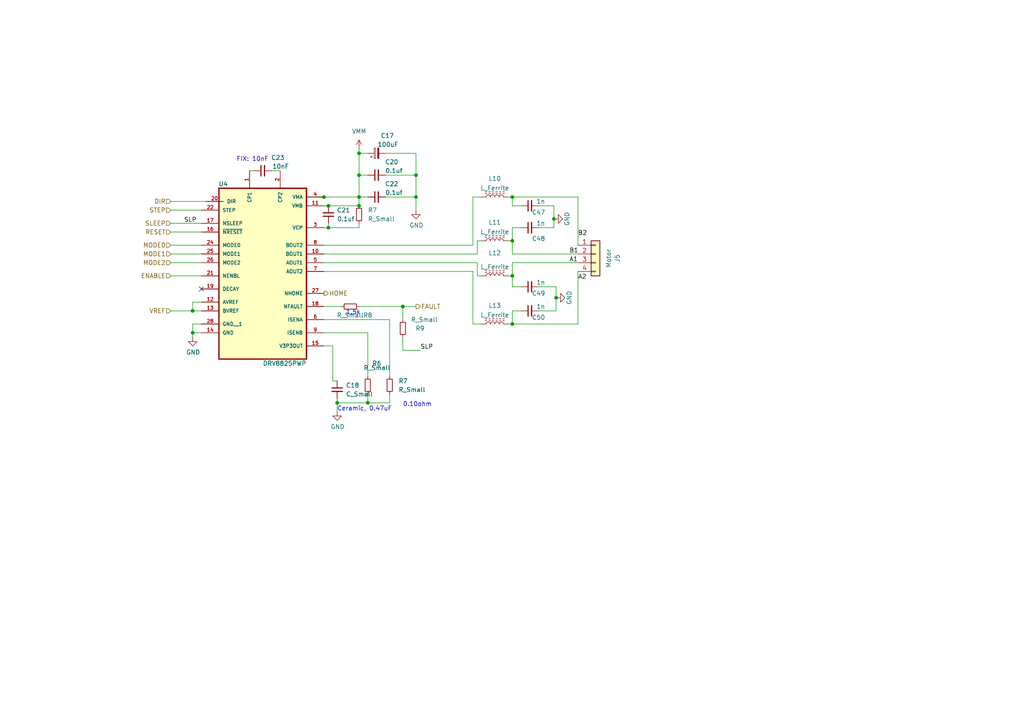
<source format=kicad_sch>
(kicad_sch (version 20230121) (generator eeschema)
  (paper "A4")
  (lib_symbols
    (symbol "Connector_Generic:Conn_01x04" (pin_names (offset 1.016) hide)
      (property "Reference" "J" (at 0 5.08 0))
      (property "Value" "Conn_01x04" (at 0 -7.62 0))
      (symbol "Conn_01x04_1_1"
        (rectangle (start -1.27 -4.953) (end 0 -5.207) (stroke (width 0.1524)))
        (rectangle (start -1.27 -2.413) (end 0 -2.667) (stroke (width 0.1524)))
        (rectangle (start -1.27 0.127) (end 0 -0.127) (stroke (width 0.1524)))
        (rectangle (start -1.27 2.667) (end 0 2.413) (stroke (width 0.1524)))
        (rectangle (start -1.27 3.81) (end 1.27 -6.35) (stroke (width 0.254)) (fill (type background)))
        (pin passive line (at -5.08 2.54 0) (length 3.81) (name "Pin_1") (number "1"))
        (pin passive line (at -5.08 0 0) (length 3.81) (name "Pin_2") (number "2"))
        (pin passive line (at -5.08 -2.54 0) (length 3.81) (name "Pin_3") (number "3"))
        (pin passive line (at -5.08 -5.08 0) (length 3.81) (name "Pin_4") (number "4"))
      )
    )
    (symbol "DRV8825PWP:DRV8825PWP" (pin_names (offset 1.016))
      (property "Reference" "U" (at -12.7 36.5506 0))
      (property "Value" "DRV8825PWP" (at -12.7 -16.51 0))
      (symbol "DRV8825PWP_0_0"
        (rectangle (start -12.7 35.56) (end 12.7 -13.97) (stroke (width 0.4064)) (fill (type background)))
        (pin bidirectional line (at -3.81 40.64 270) (length 5.08) (name "CP1") (number "1"))
        (pin output line (at 17.78 16.51 180) (length 5.08) (name "BOUT1") (number "10"))
        (pin power_in line (at 17.78 30.48 180) (length 5.08) (name "VMB") (number "11"))
        (pin input line (at -17.78 2.54 0) (length 5.08) (name "AVREF") (number "12"))
        (pin input line (at -17.78 0 0) (length 5.08) (name "BVREF") (number "13"))
        (pin power_in line (at -17.78 -6.35 0) (length 5.08) (name "GND") (number "14"))
        (pin output line (at 17.78 -10.16 180) (length 5.08) (name "V3P3OUT") (number "15"))
        (pin input line (at -17.78 22.86 0) (length 5.08) (name "~{NRESET}") (number "16"))
        (pin input line (at -17.78 25.4 0) (length 5.08) (name "NSLEEP") (number "17"))
        (pin output line (at 17.78 1.27 180) (length 5.08) (name "NFAULT") (number "18"))
        (pin input line (at -17.78 6.35 0) (length 5.08) (name "DECAY") (number "19"))
        (pin bidirectional line (at 5.08 40.64 270) (length 5.08) (name "CP2") (number "2"))
        (pin input line (at -16.51 31.75 0) (length 5.08) (name "DIR") (number "20"))
        (pin input line (at -17.78 10.16 0) (length 5.08) (name "NENBL") (number "21"))
        (pin input line (at -17.78 29.21 0) (length 5.08) (name "STEP") (number "22"))
        (pin input line (at -17.78 19.05 0) (length 5.08) (name "MODE0") (number "24"))
        (pin input line (at -17.78 16.51 0) (length 5.08) (name "MODE1") (number "25"))
        (pin input line (at -17.78 13.97 0) (length 5.08) (name "MODE2") (number "26"))
        (pin output line (at 17.78 5.08 180) (length 5.08) (name "NHOME") (number "27"))
        (pin power_in line (at -17.78 -3.81 0) (length 5.08) (name "GND__1") (number "28"))
        (pin bidirectional line (at 17.78 24.13 180) (length 5.08) (name "VCP") (number "3"))
        (pin power_in line (at 17.78 33.02 180) (length 5.08) (name "VMA") (number "4"))
        (pin output line (at 17.78 13.97 180) (length 5.08) (name "AOUT1") (number "5"))
        (pin bidirectional line (at 17.78 -2.54 180) (length 5.08) (name "ISENA") (number "6"))
        (pin output line (at 17.78 11.43 180) (length 5.08) (name "AOUT2") (number "7"))
        (pin output line (at 17.78 19.05 180) (length 5.08) (name "BOUT2") (number "8"))
        (pin bidirectional line (at 17.78 -6.35 180) (length 5.08) (name "ISENB") (number "9"))
      )
    )
    (symbol "Device:C_Polarized_Small" (pin_numbers hide) (pin_names (offset 0.254) hide)
      (property "Reference" "C" (at 0.254 1.778 0))
      (property "Value" "C_Polarized_Small" (at 0.254 -2.032 0))
      (symbol "C_Polarized_Small_0_1"
        (rectangle (start -1.524 -0.3048) (end 1.524 -0.6858) (fill (type outline)))
        (rectangle (start -1.524 0.6858) (end 1.524 0.3048))
        (polyline (pts (xy -1.27 1.524) (xy -0.762 1.524)))
        (polyline (pts (xy -1.016 1.27) (xy -1.016 1.778)))
      )
      (symbol "C_Polarized_Small_1_1"
        (pin passive line (at 0 2.54 270) (length 1.8542) (name "~") (number "1"))
        (pin passive line (at 0 -2.54 90) (length 1.8542) (name "~") (number "2"))
      )
    )
    (symbol "Device:C_Small" (pin_numbers hide) (pin_names (offset 0.254) hide)
      (property "Reference" "C" (at 0.254 1.778 0))
      (property "Value" "C_Small" (at 0.254 -2.032 0))
      (symbol "C_Small_0_1"
        (polyline (pts (xy -1.524 -0.508) (xy 1.524 -0.508)) (stroke (width 0.3302)))
        (polyline (pts (xy -1.524 0.508) (xy 1.524 0.508)) (stroke (width 0.3048)))
      )
      (symbol "C_Small_1_1"
        (pin passive line (at 0 2.54 270) (length 2.032) (name "~") (number "1"))
        (pin passive line (at 0 -2.54 90) (length 2.032) (name "~") (number "2"))
      )
    )
    (symbol "Device:L_Ferrite" (pin_numbers hide) (pin_names (offset 1.016) hide)
      (property "Reference" "L" (at -1.27 0 90))
      (property "Value" "L_Ferrite" (at 2.794 0 90))
      (symbol "L_Ferrite_0_1"
        (arc (start 0 -2.54) (mid 0.6323 -1.905) (end 0 -1.27))
        (arc (start 0 -1.27) (mid 0.6323 -0.635) (end 0 0))
        (polyline (pts (xy 1.016 -2.794) (xy 1.016 -2.286)))
        (polyline (pts (xy 1.016 -1.778) (xy 1.016 -1.27)))
        (polyline (pts (xy 1.016 -0.762) (xy 1.016 -0.254)))
        (polyline (pts (xy 1.016 0.254) (xy 1.016 0.762)))
        (polyline (pts (xy 1.016 1.27) (xy 1.016 1.778)))
        (polyline (pts (xy 1.016 2.286) (xy 1.016 2.794)))
        (polyline (pts (xy 1.524 -2.286) (xy 1.524 -2.794)))
        (polyline (pts (xy 1.524 -1.27) (xy 1.524 -1.778)))
        (polyline (pts (xy 1.524 -0.254) (xy 1.524 -0.762)))
        (polyline (pts (xy 1.524 0.762) (xy 1.524 0.254)))
        (polyline (pts (xy 1.524 1.778) (xy 1.524 1.27)))
        (polyline (pts (xy 1.524 2.794) (xy 1.524 2.286)))
        (arc (start 0 0) (mid 0.6323 0.635) (end 0 1.27))
        (arc (start 0 1.27) (mid 0.6323 1.905) (end 0 2.54))
      )
      (symbol "L_Ferrite_1_1"
        (pin passive line (at 0 3.81 270) (length 1.27) (name "1") (number "1"))
        (pin passive line (at 0 -3.81 90) (length 1.27) (name "2") (number "2"))
      )
    )
    (symbol "Device:R_Small" (pin_numbers hide) (pin_names (offset 0.254) hide)
      (property "Reference" "R" (at 0.762 0.508 0))
      (property "Value" "R_Small" (at 0.762 -1.016 0))
      (symbol "R_Small_0_1"
        (rectangle (start -0.762 1.778) (end 0.762 -1.778) (stroke (width 0.2032)))
      )
      (symbol "R_Small_1_1"
        (pin passive line (at 0 2.54 270) (length 0.762) (name "~") (number "1"))
        (pin passive line (at 0 -2.54 90) (length 0.762) (name "~") (number "2"))
      )
    )
    (symbol "power:GND" (power) (pin_names (offset 0))
      (property "Value" "GND" (at 0 -3.81 0))
      (symbol "GND_0_1"
        (polyline (pts (xy 0 0) (xy 0 -1.27) (xy 1.27 -1.27) (xy 0 -2.54) (xy -1.27 -1.27) (xy 0 -1.27)))
      )
      (symbol "GND_1_1"
        (pin power_in line (at 0 0 270) (length 0) hide (name "GND") (number "1"))
      )
    )
    (symbol "power:VMM" (power) (pin_names (offset 0))
      (property "Value" "VMM" (at 0 3.81 0))
      (symbol "VMM_0_1"
        (polyline (pts (xy -0.762 1.27) (xy 0 2.54)))
        (polyline (pts (xy 0 0) (xy 0 2.54)))
        (polyline (pts (xy 0 2.54) (xy 0.762 1.27)))
      )
      (symbol "VMM_1_1"
        (pin power_in line (at 0 0 90) (length 0) hide (name "VMM") (number "1"))
      )
    )
  )
  (junction (at 120.65 57.15))
  (junction (at 120.65 50.8))
  (junction (at 148.59 57.15))
  (junction (at 104.14 57.15))
  (junction (at 95.25 66.04))
  (junction (at 160.655 63.5))
  (junction (at 93.98 57.15))
  (junction (at 55.88 96.52))
  (junction (at 116.84 88.9))
  (junction (at 148.59 80.01))
  (junction (at 106.68 116.84))
  (junction (at 148.59 69.85))
  (junction (at 95.25 59.69))
  (junction (at 161.29 86.36))
  (junction (at 55.88 90.17))
  (junction (at 104.14 44.45))
  (junction (at 148.59 93.98))
  (junction (at 104.14 50.8))
  (junction (at 97.79 116.84))
  (junction (at 104.14 59.69))
  (no_connect (at 58.42 83.82))
  (wire (pts (xy 137.16 57.15) (xy 139.7 57.15)))
  (wire (pts (xy 49.53 67.31) (xy 58.42 67.31)))
  (wire (pts (xy 147.32 57.15) (xy 148.59 57.15)))
  (wire (pts (xy 55.88 96.52) (xy 58.42 96.52)))
  (wire (pts (xy 93.98 96.52) (xy 106.68 96.52)))
  (wire (pts (xy 49.53 90.17) (xy 55.88 90.17)))
  (wire (pts (xy 93.98 76.2) (xy 138.43 76.2)))
  (wire (pts (xy 104.14 44.45) (xy 106.68 44.45)))
  (wire (pts (xy 113.03 92.71) (xy 113.03 109.22)))
  (wire (pts (xy 137.16 93.98) (xy 139.7 93.98)))
  (wire (pts (xy 167.64 76.2) (xy 148.59 76.2)))
  (wire (pts (xy 104.14 57.15) (xy 106.68 57.15)))
  (wire (pts (xy 78.74 49.53) (xy 81.28 49.53)))
  (wire (pts (xy 106.68 114.3) (xy 106.68 116.84)))
  (wire (pts (xy 49.53 76.2) (xy 58.42 76.2)))
  (wire (pts (xy 148.59 73.66) (xy 148.59 69.85)))
  (wire (pts (xy 55.88 96.52) (xy 55.88 97.79)))
  (wire (pts (xy 104.14 57.15) (xy 104.14 59.69)))
  (wire (pts (xy 93.98 88.9) (xy 99.06 88.9)))
  (wire (pts (xy 97.79 116.84) (xy 97.79 119.38)))
  (wire (pts (xy 148.59 76.2) (xy 148.59 80.01)))
  (wire (pts (xy 137.16 78.74) (xy 137.16 93.98)))
  (wire (pts (xy 138.43 76.2) (xy 138.43 80.01)))
  (wire (pts (xy 93.98 57.15) (xy 104.14 57.15)))
  (wire (pts (xy 72.39 49.53) (xy 73.66 49.53)))
  (wire (pts (xy 97.79 116.84) (xy 106.68 116.84)))
  (wire (pts (xy 55.88 93.98) (xy 55.88 96.52)))
  (wire (pts (xy 96.52 100.33) (xy 93.98 100.33)))
  (wire (pts (xy 93.98 71.12) (xy 137.16 71.12)))
  (wire (pts (xy 106.68 96.52) (xy 106.68 109.22)))
  (wire (pts (xy 95.25 66.04) (xy 104.14 66.04)))
  (wire (pts (xy 116.84 92.71) (xy 116.84 88.9)))
  (wire (pts (xy 49.53 80.01) (xy 58.42 80.01)))
  (wire (pts (xy 104.14 88.9) (xy 116.84 88.9)))
  (wire (pts (xy 156.21 90.17) (xy 161.29 90.17)))
  (wire (pts (xy 167.64 78.74) (xy 167.64 93.98)))
  (wire (pts (xy 120.65 50.8) (xy 111.76 50.8)))
  (wire (pts (xy 156.21 66.04) (xy 160.655 66.04)))
  (wire (pts (xy 148.59 57.15) (xy 148.59 59.69)))
  (wire (pts (xy 104.14 50.8) (xy 106.68 50.8)))
  (wire (pts (xy 120.65 44.45) (xy 111.76 44.45)))
  (wire (pts (xy 148.59 59.69) (xy 151.13 59.69)))
  (wire (pts (xy 120.65 57.15) (xy 120.65 60.96)))
  (wire (pts (xy 137.16 71.12) (xy 137.16 57.15)))
  (wire (pts (xy 95.25 66.04) (xy 95.25 64.77)))
  (wire (pts (xy 120.65 57.15) (xy 111.76 57.15)))
  (wire (pts (xy 147.32 69.85) (xy 148.59 69.85)))
  (wire (pts (xy 106.68 116.84) (xy 113.03 116.84)))
  (wire (pts (xy 55.88 87.63) (xy 55.88 90.17)))
  (wire (pts (xy 104.14 66.04) (xy 104.14 64.77)))
  (wire (pts (xy 156.21 83.185) (xy 161.29 83.185)))
  (wire (pts (xy 116.84 88.9) (xy 120.65 88.9)))
  (wire (pts (xy 58.42 87.63) (xy 55.88 87.63)))
  (wire (pts (xy 138.43 69.85) (xy 139.7 69.85)))
  (wire (pts (xy 148.59 66.04) (xy 151.13 66.04)))
  (wire (pts (xy 55.88 93.98) (xy 58.42 93.98)))
  (wire (pts (xy 49.53 71.12) (xy 58.42 71.12)))
  (wire (pts (xy 148.59 80.01) (xy 148.59 83.185)))
  (wire (pts (xy 167.64 73.66) (xy 148.59 73.66)))
  (wire (pts (xy 96.52 110.49) (xy 97.79 110.49)))
  (wire (pts (xy 113.03 114.3) (xy 113.03 116.84)))
  (wire (pts (xy 91.44 57.15) (xy 93.98 57.15)))
  (wire (pts (xy 104.14 44.45) (xy 104.14 50.8)))
  (wire (pts (xy 160.655 59.69) (xy 156.21 59.69)))
  (wire (pts (xy 95.25 59.69) (xy 104.14 59.69)))
  (wire (pts (xy 167.64 57.15) (xy 167.64 71.12)))
  (wire (pts (xy 148.59 93.98) (xy 167.64 93.98)))
  (wire (pts (xy 116.84 97.79) (xy 116.84 101.6)))
  (wire (pts (xy 96.52 110.49) (xy 96.52 100.33)))
  (wire (pts (xy 49.53 60.96) (xy 58.42 60.96)))
  (wire (pts (xy 49.53 64.77) (xy 58.42 64.77)))
  (wire (pts (xy 148.59 90.17) (xy 151.13 90.17)))
  (wire (pts (xy 104.14 43.18) (xy 104.14 44.45)))
  (wire (pts (xy 93.98 92.71) (xy 113.03 92.71)))
  (wire (pts (xy 97.79 115.57) (xy 97.79 116.84)))
  (wire (pts (xy 116.84 101.6) (xy 121.92 101.6)))
  (wire (pts (xy 104.14 50.8) (xy 104.14 57.15)))
  (wire (pts (xy 161.29 86.36) (xy 161.29 90.17)))
  (wire (pts (xy 120.65 44.45) (xy 120.65 50.8)))
  (wire (pts (xy 93.98 73.66) (xy 138.43 73.66)))
  (wire (pts (xy 148.59 93.98) (xy 148.59 90.17)))
  (wire (pts (xy 147.32 93.98) (xy 148.59 93.98)))
  (wire (pts (xy 148.59 57.15) (xy 167.64 57.15)))
  (wire (pts (xy 120.65 50.8) (xy 120.65 57.15)))
  (wire (pts (xy 55.88 90.17) (xy 58.42 90.17)))
  (wire (pts (xy 138.43 73.66) (xy 138.43 69.85)))
  (wire (pts (xy 49.53 58.42) (xy 59.69 58.42)))
  (wire (pts (xy 93.98 78.74) (xy 137.16 78.74)))
  (wire (pts (xy 147.32 80.01) (xy 148.59 80.01)))
  (wire (pts (xy 160.655 66.04) (xy 160.655 63.5)))
  (wire (pts (xy 93.98 59.69) (xy 95.25 59.69)))
  (wire (pts (xy 148.59 69.85) (xy 148.59 66.04)))
  (wire (pts (xy 93.98 66.04) (xy 95.25 66.04)))
  (wire (pts (xy 138.43 80.01) (xy 139.7 80.01)))
  (wire (pts (xy 160.655 59.69) (xy 160.655 63.5)))
  (wire (pts (xy 49.53 73.66) (xy 58.42 73.66)))
  (wire (pts (xy 148.59 83.185) (xy 151.13 83.185)))
  (wire (pts (xy 161.29 83.185) (xy 161.29 86.36)))
  (text "FIX: 10nF" (at 68.58 46.99 0) (effects (font (size 1.27 1.27)) (justify left bottom)))
  (text "Ceramic, 0.47uF" (at 97.79 119.38 0) (effects (font (size 1.27 1.27)) (justify left bottom)))
  (text "1.5k" (at 100.33 91.44 0) (effects (font (size 1.27 1.27)) (justify left bottom)))
  (text "0.10ohm" (at 116.84 118.11 0) (effects (font (size 1.27 1.27)) (justify left bottom)))
  (label "B1" (at 165.1 73.66 0))
  (label "SLP" (at 121.92 101.6 0))
  (label "A2" (at 167.64 81.28 0))
  (label "A1" (at 165.1 76.2 0))
  (label "SLP" (at 53.34 64.77 0))
  (label "B2" (at 167.64 68.58 0))
  (hierarchical_label "FAULT" (shape output) (at 120.65 88.9 0))
  (hierarchical_label "RESET" (shape input) (at 49.53 67.31 180))
  (hierarchical_label "DIR" (shape input) (at 49.53 58.42 180))
  (hierarchical_label "MODE1" (shape input) (at 49.53 73.66 180))
  (hierarchical_label "MODE0" (shape input) (at 49.53 71.12 180))
  (hierarchical_label "SLEEP" (shape input) (at 49.53 64.77 180))
  (hierarchical_label "MODE2" (shape input) (at 49.53 76.2 180))
  (hierarchical_label "VREF" (shape input) (at 49.53 90.17 180))
  (hierarchical_label "HOME" (shape output) (at 93.98 85.09 0))
  (hierarchical_label "ENABLE" (shape input) (at 49.53 80.01 180))
  (hierarchical_label "STEP" (shape input) (at 49.53 60.96 180))
  (symbol (lib_id "Device:R_Small") (at 116.84 95.25 0) (unit 1)
    (property "Reference" "R9" (at 123.19 95.25 0) (effects (justify right)))
    (property "Value" "R_Small" (at 127 92.71 0) (effects (justify right)))
    (property "Footprint" "Resistor_SMD:R_0603_1608Metric" (effects hide))
    (instances (project "tentacle-board" (path "" (reference "R9") (unit 1)) (path "" (reference "R8") (unit 1)) (path "" (reference "R15") (unit 1))))
  )
  (symbol (lib_id "power:GND") (at 97.79 119.38 0) (unit 1)
    (property "Reference" "#PWR027" (effects hide))
    (property "Value" "GND" (at 97.917 123.7742 0))
    (instances (project "tentacle-board" (path "" (reference "#PWR027") (unit 1)) (path "" (reference "#PWR028") (unit 1)) (path "" (reference "#PWR033") (unit 1))))
  )
  (symbol (lib_id "Device:L_Ferrite") (at 143.51 69.85 90) (unit 1)
    (property "Reference" "L11" (at 143.51 64.4865 90))
    (property "Value" "L_Ferrite" (at 143.51 67.2616 90))
    (property "Footprint" "Inductor_SMD:L_0805_2012Metric" (effects hide))
    (property "Digikey" "1934-1472-1-ND" (effects hide))
    (property "Notes" "120R @ 100MHz/6A" (effects hide))
    (instances (project "mobo" (path "" (reference "L11") (unit 1)) (path "" (reference "L7") (unit 1)) (path "" (reference "L3") (unit 1)) (path "" (reference "L15") (unit 1))) (project "tentacle-board" (path "" (reference "L2") (unit 1)) (path "" (reference "L6") (unit 1))))
  )
  (symbol (lib_id "Device:R_Small") (at 101.6 88.9 90) (unit 1)
    (property "Reference" "R8" (at 106.68 91.44 90))
    (property "Value" "R_Small" (at 101.6 91.44 90))
    (property "Footprint" "Resistor_SMD:R_0603_1608Metric" (effects hide))
    (instances (project "tentacle-board" (path "" (reference "R8") (unit 1)) (path "" (reference "R6") (unit 1)) (path "" (reference "R11") (unit 1))))
  )
  (symbol (lib_id "power:GND") (at 120.65 60.96 0) (unit 1)
    (property "Reference" "#PWR029" (effects hide))
    (property "Value" "GND" (at 120.777 65.3542 0))
    (instances (project "tentacle-board" (path "" (reference "#PWR029") (unit 1)) (path "" (reference "#PWR029") (unit 1)) (path "" (reference "#PWR035") (unit 1))))
  )
  (symbol (lib_id "Device:L_Ferrite") (at 143.51 93.98 90) (unit 1)
    (property "Reference" "L13" (at 143.51 88.6165 90))
    (property "Value" "L_Ferrite" (at 143.51 91.3916 90))
    (property "Footprint" "Inductor_SMD:L_0805_2012Metric" (effects hide))
    (property "Digikey" "1934-1472-1-ND" (effects hide))
    (property "Notes" "120R @ 100MHz/6A" (effects hide))
    (instances (project "mobo" (path "" (reference "L13") (unit 1)) (path "" (reference "L9") (unit 1)) (path "" (reference "L5") (unit 1)) (path "" (reference "L17") (unit 1))) (project "tentacle-board" (path "" (reference "L4") (unit 1)) (path "" (reference "L8") (unit 1))))
  )
  (symbol (lib_id "Device:C_Polarized_Small") (at 109.22 44.45 90) (unit 1)
    (property "Reference" "C17" (at 114.3 39.37 90) (effects (justify left)))
    (property "Value" "100uF" (at 115.57 41.91 90) (effects (justify left)))
    (property "Footprint" "tentacle-board:CAPAE660X800N" (effects hide))
    (property "Datasheet" "https://www.mouser.com/datasheet/2/447/KEM_A4054_EDT-3315886.pdf" (effects hide))
    (property "Mouser" "80-EDT107M025S9HAA" (effects hide))
    (instances (project "mobo" (path "" (reference "C17") (unit 1)) (path "" (reference "C18") (unit 1)) (path "" (reference "C19") (unit 1)) (path "" (reference "C20") (unit 1))) (project "tentacle-board" (path "" (reference "C24") (unit 1)) (path "" (reference "C21") (unit 1)) (path "" (reference "C31") (unit 1))))
  )
  (symbol (lib_id "Connector_Generic:Conn_01x04") (at 172.72 73.66 0) (unit 1)
    (property "Reference" "J5" (at 179.07 74.93 90))
    (property "Value" "Motor" (at 176.53 74.93 90))
    (property "Footprint" "Connector_JST:JST_XH_B4B-XH-A_1x04_P2.50mm_Vertical" (effects hide))
    (instances (project "tentacle-board" (path "" (reference "J5") (unit 1)) (path "" (reference "J5") (unit 1)) (path "" (reference "J6") (unit 1))) (project "dev-board" (path "" (reference "J1") (unit 1))))
  )
  (symbol (lib_id "Device:R_Small") (at 113.03 111.76 0) (unit 1)
    (property "Reference" "R7" (at 115.57 110.49 0) (effects (justify left)))
    (property "Value" "R_Small" (at 115.57 113.03 0) (effects (justify left)))
    (property "Footprint" "Resistor_SMD:R_0603_1608Metric" (effects hide))
    (instances (project "tentacle-board" (path "" (reference "R7") (unit 1)) (path "" (reference "R9") (unit 1)) (path "" (reference "R14") (unit 1))))
  )
  (symbol (lib_id "DRV8825PWP:DRV8825PWP") (at 76.2 90.17 0) (unit 1)
    (property "Reference" "U4" (at 64.77 53.34 0))
    (property "Value" "DRV8825PWP" (at 82.55 105.41 0))
    (property "Footprint" "IC_TPS61196PWPRQ1" (effects hide))
    (property "MF" "Texas Instruments" (effects hide))
    (property "MOUSER-PURCHASE-URL" "https://snapeda.com/shop?store=Mouser&id=52585" (effects hide))
    (property "DESCRIPTION" "45-V, 2.5-A bipolar stepper motor driver with current regulation and 1/32 microstepping 28-HTSSOP -40 to 85" (effects hide))
    (property "PACKAGE" "HTSSOP-28 Texas Instruments" (effects hide))
    (property "PRICE" "None" (effects hide))
    (property "TEXAS_INSTRUMENTS-PURCHASE-URL" "https://snapeda.com/shop?store=Texas+Instruments&id=52585" (effects hide))
    (property "MP" "DRV8825PWP" (effects hide))
    (property "DIGIKEY-PURCHASE-URL" "https://snapeda.com/shop?store=DigiKey&id=52585" (effects hide))
    (property "AVAILABILITY" "Good" (effects hide))
    (instances (project "tentacle-board" (path "" (reference "U4") (unit 1)) (path "" (reference "U4") (unit 1)) (path "" (reference "U5") (unit 1))))
  )
  (symbol (lib_id "Device:R_Small") (at 106.68 111.76 0) (unit 1)
    (property "Reference" "R6" (at 107.95 105.41 0) (effects (justify left)))
    (property "Value" "R_Small" (at 105.41 106.68 0) (effects (justify left)))
    (property "Footprint" "Resistor_SMD:R_0603_1608Metric" (effects hide))
    (instances (project "tentacle-board" (path "" (reference "R6") (unit 1)) (path "" (reference "R7") (unit 1)) (path "" (reference "R13") (unit 1))))
  )
  (symbol (lib_id "Device:C_Small") (at 153.67 83.185 90) (unit 1)
    (property "Reference" "C49" (at 156.21 85.09 90))
    (property "Value" "1n" (at 156.845 81.915 90))
    (property "Footprint" "Capacitor_SMD:C_0805_2012Metric" (effects hide))
    (property "Digikey" "1276-1020-1-ND" (effects hide))
    (property "Notes" "50V/10%" (effects hide))
    (instances (project "mobo" (path "" (reference "C49") (unit 1)) (path "" (reference "C45") (unit 1)) (path "" (reference "C41") (unit 1)) (path "" (reference "C53") (unit 1))) (project "tentacle-board" (path "" (reference "C26") (unit 1)) (path "" (reference "C36") (unit 1))))
  )
  (symbol (lib_id "Device:L_Ferrite") (at 143.51 57.15 90) (unit 1)
    (property "Reference" "L10" (at 143.51 51.7865 90))
    (property "Value" "L_Ferrite" (at 143.51 54.5616 90))
    (property "Footprint" "Inductor_SMD:L_0805_2012Metric" (effects hide))
    (property "Digikey" "1934-1472-1-ND" (effects hide))
    (property "Notes" "120R @ 100MHz/6A" (effects hide))
    (instances (project "mobo" (path "" (reference "L10") (unit 1)) (path "" (reference "L6") (unit 1)) (path "" (reference "L2") (unit 1)) (path "" (reference "L14") (unit 1))) (project "tentacle-board" (path "" (reference "L1") (unit 1)) (path "" (reference "L5") (unit 1))))
  )
  (symbol (lib_id "Device:C_Small") (at 95.25 62.23 180) (unit 1)
    (property "Reference" "C21" (at 101.6 60.96 0) (effects (justify left)))
    (property "Value" "0.1uf" (at 102.87 63.5 0) (effects (justify left)))
    (property "Footprint" "Capacitor_SMD:C_0805_2012Metric" (effects hide))
    (property "Datasheet" "https://www.mouser.com/datasheet/2/40/KGM_X7R-3223212.pdf" (effects hide))
    (property "Mfr #" "KGM21NR71H104KT" (effects hide))
    (property "Mouser #" "581-KGM21NR71H104KT" (effects hide))
    (instances (project "tentacle-board" (path "" (reference "C21") (unit 1)) (path "" (reference "C19") (unit 1)) (path "" (reference "C29") (unit 1))) (project "dev-board" (path "" (reference "C6") (unit 1))))
  )
  (symbol (lib_id "power:GND") (at 55.88 97.79 0) (unit 1)
    (property "Reference" "#PWR026" (effects hide))
    (property "Value" "GND" (at 56.007 102.1842 0))
    (instances (project "tentacle-board" (path "" (reference "#PWR026") (unit 1)) (path "" (reference "#PWR026") (unit 1)) (path "" (reference "#PWR032") (unit 1))))
  )
  (symbol (lib_id "Device:R_Small") (at 104.14 62.23 0) (unit 1)
    (property "Reference" "R7" (at 106.68 60.96 0) (effects (justify left)))
    (property "Value" "R_Small" (at 106.68 63.5 0) (effects (justify left)))
    (property "Footprint" "Resistor_SMD:R_0603_1608Metric" (effects hide))
    (instances (project "tentacle-board" (path "" (reference "R7") (unit 1)) (path "" (reference "R10") (unit 1)) (path "" (reference "R12") (unit 1))))
  )
  (symbol (lib_id "power:GND") (at 160.655 63.5 90) (unit 1)
    (property "Reference" "#PWR0123" (effects hide))
    (property "Value" "GND" (at 164.465 63.5 0))
    (instances (project "mobo" (path "" (reference "#PWR0123") (unit 1)) (path "" (reference "#PWR0121") (unit 1)) (path "" (reference "#PWR0119") (unit 1)) (path "" (reference "#PWR0125") (unit 1))) (project "tentacle-board" (path "" (reference "#PWR030") (unit 1)) (path "" (reference "#PWR036") (unit 1))))
  )
  (symbol (lib_id "Device:C_Small") (at 153.67 66.04 90) (unit 1)
    (property "Reference" "C48" (at 156.21 69.215 90))
    (property "Value" "1n" (at 156.845 64.77 90))
    (property "Footprint" "Capacitor_SMD:C_0805_2012Metric" (effects hide))
    (property "Digikey" "1276-1020-1-ND" (effects hide))
    (property "Notes" "50V/10%" (effects hide))
    (instances (project "mobo" (path "" (reference "C48") (unit 1)) (path "" (reference "C44") (unit 1)) (path "" (reference "C40") (unit 1)) (path "" (reference "C52") (unit 1))) (project "tentacle-board" (path "" (reference "C25") (unit 1)) (path "" (reference "C35") (unit 1))))
  )
  (symbol (lib_id "Device:C_Small") (at 97.79 113.03 0) (unit 1)
    (property "Reference" "C18" (at 100.33 111.7663 0) (effects (justify left)))
    (property "Value" "C_Small" (at 100.33 114.3063 0) (effects (justify left)))
    (property "Footprint" "Capacitor_SMD:C_0805_2012Metric" (effects hide))
    (instances (project "tentacle-board" (path "" (reference "C18") (unit 1)) (path "" (reference "C20") (unit 1)) (path "" (reference "C30") (unit 1))))
  )
  (symbol (lib_id "Device:C_Small") (at 153.67 90.17 90) (unit 1)
    (property "Reference" "C50" (at 156.21 92.075 90))
    (property "Value" "1n" (at 156.845 88.9 90))
    (property "Footprint" "Capacitor_SMD:C_0805_2012Metric" (effects hide))
    (property "Digikey" "1276-1020-1-ND" (effects hide))
    (property "Notes" "50V/10%" (effects hide))
    (instances (project "mobo" (path "" (reference "C50") (unit 1)) (path "" (reference "C46") (unit 1)) (path "" (reference "C42") (unit 1)) (path "" (reference "C54") (unit 1))) (project "tentacle-board" (path "" (reference "C27") (unit 1)) (path "" (reference "C37") (unit 1))))
  )
  (symbol (lib_id "Device:C_Small") (at 109.22 57.15 90) (unit 1)
    (property "Reference" "C22" (at 115.57 53.34 90) (effects (justify left)))
    (property "Value" "0.1uf" (at 116.84 55.88 90) (effects (justify left)))
    (property "Footprint" "Capacitor_SMD:C_0805_2012Metric" (effects hide))
    (property "Datasheet" "https://www.mouser.com/datasheet/2/40/KGM_X7R-3223212.pdf" (effects hide))
    (property "Mfr #" "KGM21NR71H104KT" (effects hide))
    (property "Mouser #" "581-KGM21NR71H104KT" (effects hide))
    (instances (project "tentacle-board" (path "" (reference "C22") (unit 1)) (path "" (reference "C23") (unit 1)) (path "" (reference "C33") (unit 1))) (project "dev-board" (path "" (reference "C6") (unit 1))))
  )
  (symbol (lib_id "Device:L_Ferrite") (at 143.51 80.01 90) (unit 1)
    (property "Reference" "L12" (at 143.51 73.3765 90))
    (property "Value" "L_Ferrite" (at 143.51 77.4216 90))
    (property "Footprint" "Inductor_SMD:L_0805_2012Metric" (effects hide))
    (property "Digikey" "1934-1472-1-ND" (effects hide))
    (property "Notes" "120R @ 100MHz/6A" (effects hide))
    (instances (project "mobo" (path "" (reference "L12") (unit 1)) (path "" (reference "L8") (unit 1)) (path "" (reference "L4") (unit 1)) (path "" (reference "L16") (unit 1))) (project "tentacle-board" (path "" (reference "L3") (unit 1)) (path "" (reference "L7") (unit 1))))
  )
  (symbol (lib_id "power:VMM") (at 104.14 43.18 0) (unit 1)
    (property "Reference" "#PWR028" (effects hide))
    (property "Value" "VMM" (at 104.14 38.1 0))
    (instances (project "tentacle-board" (path "" (reference "#PWR028") (unit 1)) (path "" (reference "#PWR027") (unit 1)) (path "" (reference "#PWR034") (unit 1))))
  )
  (symbol (lib_id "Device:C_Small") (at 76.2 49.53 90) (unit 1)
    (property "Reference" "C23" (at 82.55 45.72 90) (effects (justify left)))
    (property "Value" "10nF" (at 83.82 48.26 90) (effects (justify left)))
    (property "Footprint" "Capacitor_SMD:C_0805_2012Metric" (effects hide))
    (property "Datasheet" "https://www.mouser.com/datasheet/2/40/KGM_X7R-3223212.pdf" (effects hide))
    (property "Mfr #" "KGM21NR71H104KT" (effects hide))
    (property "Mouser #" "581-KGM21NR71H104KT" (effects hide))
    (instances (project "tentacle-board" (path "" (reference "C23") (unit 1)) (path "" (reference "C18") (unit 1)) (path "" (reference "C28") (unit 1))) (project "dev-board" (path "" (reference "C6") (unit 1))))
  )
  (symbol (lib_id "Device:C_Small") (at 109.22 50.8 90) (unit 1)
    (property "Reference" "C20" (at 115.57 46.99 90) (effects (justify left)))
    (property "Value" "0.1uf" (at 116.84 49.53 90) (effects (justify left)))
    (property "Footprint" "Capacitor_SMD:C_0805_2012Metric" (effects hide))
    (property "Datasheet" "https://www.mouser.com/datasheet/2/40/KGM_X7R-3223212.pdf" (effects hide))
    (property "Mfr #" "KGM21NR71H104KT" (effects hide))
    (property "Mouser #" "581-KGM21NR71H104KT" (effects hide))
    (instances (project "tentacle-board" (path "" (reference "C20") (unit 1)) (path "" (reference "C22") (unit 1)) (path "" (reference "C32") (unit 1))) (project "dev-board" (path "" (reference "C6") (unit 1))))
  )
  (symbol (lib_id "Device:C_Small") (at 153.67 59.69 90) (unit 1)
    (property "Reference" "C47" (at 156.21 61.595 90))
    (property "Value" "1n" (at 156.845 58.42 90))
    (property "Footprint" "Capacitor_SMD:C_0805_2012Metric" (effects hide))
    (property "Digikey" "1276-1020-1-ND" (effects hide))
    (property "Notes" "50V/10%" (effects hide))
    (instances (project "mobo" (path "" (reference "C47") (unit 1)) (path "" (reference "C43") (unit 1)) (path "" (reference "C26") (unit 1)) (path "" (reference "C51") (unit 1))) (project "tentacle-board" (path "" (reference "C24") (unit 1)) (path "" (reference "C34") (unit 1))))
  )
  (symbol (lib_id "power:GND") (at 161.29 86.36 90) (unit 1)
    (property "Reference" "#PWR0124" (effects hide))
    (property "Value" "GND" (at 165.1 86.36 0))
    (instances (project "mobo" (path "" (reference "#PWR0124") (unit 1)) (path "" (reference "#PWR0122") (unit 1)) (path "" (reference "#PWR0120") (unit 1)) (path "" (reference "#PWR0126") (unit 1))) (project "tentacle-board" (path "" (reference "#PWR031") (unit 1)) (path "" (reference "#PWR037") (unit 1))))
  )
)
</source>
